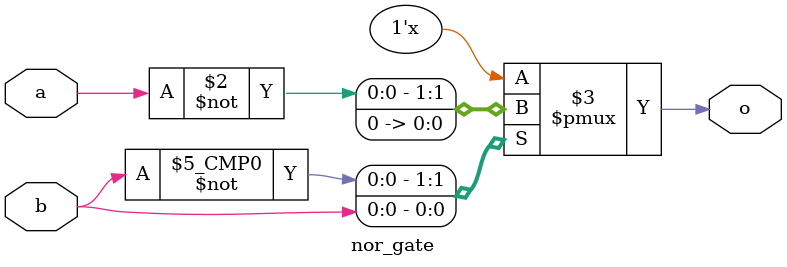
<source format=v>
module nor_gate(
  input a,b,
  output reg o
);
    always @(*) begin
        case (b)
           1'b0 : o = ~a;
           1'b1 : o = 1'b0;
           endcase
        
    end
endmodule
</source>
